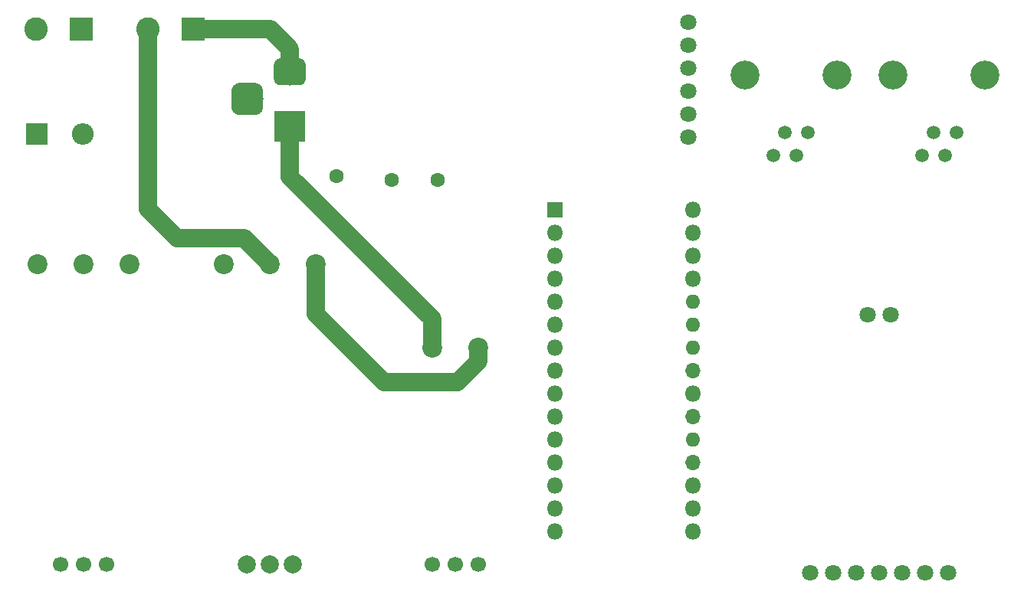
<source format=gbs>
G04 #@! TF.GenerationSoftware,KiCad,Pcbnew,5.1.2-f72e74a~84~ubuntu18.04.1*
G04 #@! TF.CreationDate,2019-06-19T00:04:43+03:00*
G04 #@! TF.ProjectId,Borjomi-Main,426f726a-6f6d-4692-9d4d-61696e2e6b69,rev?*
G04 #@! TF.SameCoordinates,Original*
G04 #@! TF.FileFunction,Soldermask,Bot*
G04 #@! TF.FilePolarity,Negative*
%FSLAX46Y46*%
G04 Gerber Fmt 4.6, Leading zero omitted, Abs format (unit mm)*
G04 Created by KiCad (PCBNEW 5.1.2-f72e74a~84~ubuntu18.04.1) date 2019-06-19 00:04:43*
%MOMM*%
%LPD*%
G04 APERTURE LIST*
%ADD10C,2.000000*%
%ADD11C,0.150000*%
%ADD12C,3.500000*%
%ADD13C,3.000000*%
%ADD14R,3.500000X3.500000*%
%ADD15R,1.800000X1.800000*%
%ADD16O,1.800000X1.800000*%
%ADD17O,1.700000X1.700000*%
%ADD18O,1.600000X1.600000*%
%ADD19R,2.400000X2.400000*%
%ADD20O,2.400000X2.400000*%
%ADD21R,2.600000X2.600000*%
%ADD22C,2.600000*%
%ADD23C,3.200000*%
%ADD24C,1.520000*%
%ADD25C,1.600000*%
%ADD26C,1.800000*%
%ADD27C,1.700000*%
%ADD28C,2.200000*%
%ADD29C,2.000000*%
G04 APERTURE END LIST*
D10*
X144432020Y-80253840D02*
X144432020Y-82785700D01*
X142283180Y-78105000D02*
X144432020Y-80253840D01*
X133731000Y-78105000D02*
X142283180Y-78105000D01*
X144432020Y-88785700D02*
X144432020Y-94394020D01*
X144432020Y-94394020D02*
X160147000Y-110109000D01*
X160147000Y-110109000D02*
X160147000Y-113287000D01*
X165227000Y-113287000D02*
X165227000Y-114842634D01*
X165227000Y-114842634D02*
X162975634Y-117094000D01*
X162975634Y-117094000D02*
X154813000Y-117094000D01*
X154813000Y-117094000D02*
X147320000Y-109601000D01*
X147320000Y-109601000D02*
X147320000Y-104072000D01*
X128731000Y-97997000D02*
X128731000Y-78105000D01*
X131953000Y-101219000D02*
X128731000Y-97997000D01*
X139387000Y-101219000D02*
X131953000Y-101219000D01*
X142240000Y-104072000D02*
X139387000Y-101219000D01*
D11*
G36*
X140692785Y-84039913D02*
G01*
X140777724Y-84052513D01*
X140861019Y-84073377D01*
X140941868Y-84102305D01*
X141019492Y-84139019D01*
X141093144Y-84183164D01*
X141162114Y-84234316D01*
X141225738Y-84291982D01*
X141283404Y-84355606D01*
X141334556Y-84424576D01*
X141378701Y-84498228D01*
X141415415Y-84575852D01*
X141444343Y-84656701D01*
X141465207Y-84739996D01*
X141477807Y-84824935D01*
X141482020Y-84910700D01*
X141482020Y-86660700D01*
X141477807Y-86746465D01*
X141465207Y-86831404D01*
X141444343Y-86914699D01*
X141415415Y-86995548D01*
X141378701Y-87073172D01*
X141334556Y-87146824D01*
X141283404Y-87215794D01*
X141225738Y-87279418D01*
X141162114Y-87337084D01*
X141093144Y-87388236D01*
X141019492Y-87432381D01*
X140941868Y-87469095D01*
X140861019Y-87498023D01*
X140777724Y-87518887D01*
X140692785Y-87531487D01*
X140607020Y-87535700D01*
X138857020Y-87535700D01*
X138771255Y-87531487D01*
X138686316Y-87518887D01*
X138603021Y-87498023D01*
X138522172Y-87469095D01*
X138444548Y-87432381D01*
X138370896Y-87388236D01*
X138301926Y-87337084D01*
X138238302Y-87279418D01*
X138180636Y-87215794D01*
X138129484Y-87146824D01*
X138085339Y-87073172D01*
X138048625Y-86995548D01*
X138019697Y-86914699D01*
X137998833Y-86831404D01*
X137986233Y-86746465D01*
X137982020Y-86660700D01*
X137982020Y-84910700D01*
X137986233Y-84824935D01*
X137998833Y-84739996D01*
X138019697Y-84656701D01*
X138048625Y-84575852D01*
X138085339Y-84498228D01*
X138129484Y-84424576D01*
X138180636Y-84355606D01*
X138238302Y-84291982D01*
X138301926Y-84234316D01*
X138370896Y-84183164D01*
X138444548Y-84139019D01*
X138522172Y-84102305D01*
X138603021Y-84073377D01*
X138686316Y-84052513D01*
X138771255Y-84039913D01*
X138857020Y-84035700D01*
X140607020Y-84035700D01*
X140692785Y-84039913D01*
X140692785Y-84039913D01*
G37*
D12*
X139732020Y-85785700D03*
D11*
G36*
X145505533Y-81289311D02*
G01*
X145578338Y-81300111D01*
X145649734Y-81317995D01*
X145719033Y-81342790D01*
X145785568Y-81374259D01*
X145848698Y-81412098D01*
X145907815Y-81455942D01*
X145962350Y-81505370D01*
X146011778Y-81559905D01*
X146055622Y-81619022D01*
X146093461Y-81682152D01*
X146124930Y-81748687D01*
X146149725Y-81817986D01*
X146167609Y-81889382D01*
X146178409Y-81962187D01*
X146182020Y-82035700D01*
X146182020Y-83535700D01*
X146178409Y-83609213D01*
X146167609Y-83682018D01*
X146149725Y-83753414D01*
X146124930Y-83822713D01*
X146093461Y-83889248D01*
X146055622Y-83952378D01*
X146011778Y-84011495D01*
X145962350Y-84066030D01*
X145907815Y-84115458D01*
X145848698Y-84159302D01*
X145785568Y-84197141D01*
X145719033Y-84228610D01*
X145649734Y-84253405D01*
X145578338Y-84271289D01*
X145505533Y-84282089D01*
X145432020Y-84285700D01*
X143432020Y-84285700D01*
X143358507Y-84282089D01*
X143285702Y-84271289D01*
X143214306Y-84253405D01*
X143145007Y-84228610D01*
X143078472Y-84197141D01*
X143015342Y-84159302D01*
X142956225Y-84115458D01*
X142901690Y-84066030D01*
X142852262Y-84011495D01*
X142808418Y-83952378D01*
X142770579Y-83889248D01*
X142739110Y-83822713D01*
X142714315Y-83753414D01*
X142696431Y-83682018D01*
X142685631Y-83609213D01*
X142682020Y-83535700D01*
X142682020Y-82035700D01*
X142685631Y-81962187D01*
X142696431Y-81889382D01*
X142714315Y-81817986D01*
X142739110Y-81748687D01*
X142770579Y-81682152D01*
X142808418Y-81619022D01*
X142852262Y-81559905D01*
X142901690Y-81505370D01*
X142956225Y-81455942D01*
X143015342Y-81412098D01*
X143078472Y-81374259D01*
X143145007Y-81342790D01*
X143214306Y-81317995D01*
X143285702Y-81300111D01*
X143358507Y-81289311D01*
X143432020Y-81285700D01*
X145432020Y-81285700D01*
X145505533Y-81289311D01*
X145505533Y-81289311D01*
G37*
D13*
X144432020Y-82785700D03*
D14*
X144432020Y-88785700D03*
D15*
X173736000Y-98044000D03*
D16*
X188976000Y-131064000D03*
X173736000Y-100584000D03*
X188976000Y-128524000D03*
X173736000Y-103124000D03*
D17*
X188976000Y-125984000D03*
D16*
X173736000Y-105664000D03*
D18*
X188976000Y-123444000D03*
D16*
X173736000Y-108204000D03*
D17*
X188976000Y-120904000D03*
D16*
X173736000Y-110744000D03*
X188976000Y-118364000D03*
X173736000Y-113284000D03*
D17*
X188976000Y-115824000D03*
D16*
X173736000Y-115824000D03*
D18*
X188976000Y-113284000D03*
D16*
X173736000Y-118364000D03*
D18*
X188976000Y-110744000D03*
D16*
X173736000Y-120904000D03*
D18*
X188976000Y-108204000D03*
D16*
X173736000Y-123444000D03*
X188976000Y-105664000D03*
X173736000Y-125984000D03*
X188976000Y-103124000D03*
X173736000Y-128524000D03*
X188976000Y-100584000D03*
X173736000Y-131064000D03*
X188976000Y-98044000D03*
X173736000Y-133604000D03*
X188976000Y-133604000D03*
X173736000Y-105664000D03*
X173736000Y-105664000D03*
D19*
X116459000Y-89662000D03*
D20*
X121539000Y-89662000D03*
D21*
X121412000Y-78105000D03*
D22*
X116412000Y-78105000D03*
X128731000Y-78105000D03*
D21*
X133731000Y-78105000D03*
D23*
X211079000Y-83185000D03*
D24*
X214249000Y-92075000D03*
X215519000Y-89535000D03*
X216789000Y-92075000D03*
X218059000Y-89535000D03*
D23*
X221239000Y-83185000D03*
X204856000Y-83185000D03*
D24*
X201676000Y-89535000D03*
X200406000Y-92075000D03*
X199136000Y-89535000D03*
X197866000Y-92075000D03*
D23*
X194696000Y-83185000D03*
D25*
X144492980Y-94371160D03*
X149572980Y-94371160D03*
X160764220Y-94795340D03*
X155684220Y-94795340D03*
D26*
X208280000Y-109676000D03*
X201930000Y-138176000D03*
X204470000Y-138176000D03*
X207010000Y-138176000D03*
X209550000Y-138176000D03*
X212090000Y-138176000D03*
X214630000Y-138176000D03*
X217170000Y-138176000D03*
X210820000Y-109676000D03*
D27*
X160147000Y-137287000D03*
X162687000Y-137287000D03*
X165227000Y-137287000D03*
D28*
X160147000Y-113287000D03*
X165227000Y-113287000D03*
D29*
X144780000Y-137272000D03*
X142240000Y-137272000D03*
X139700000Y-137272000D03*
D28*
X142240000Y-104072000D03*
X137160000Y-104072000D03*
X147320000Y-104072000D03*
X126746000Y-104072000D03*
X116586000Y-104072000D03*
X121666000Y-104072000D03*
D27*
X119126000Y-137272000D03*
X121666000Y-137272000D03*
X124206000Y-137272000D03*
D26*
X188468000Y-90043000D03*
X188468000Y-87503000D03*
X188468000Y-84963000D03*
X188468000Y-82423000D03*
X188468000Y-79883000D03*
X188468000Y-77343000D03*
M02*

</source>
